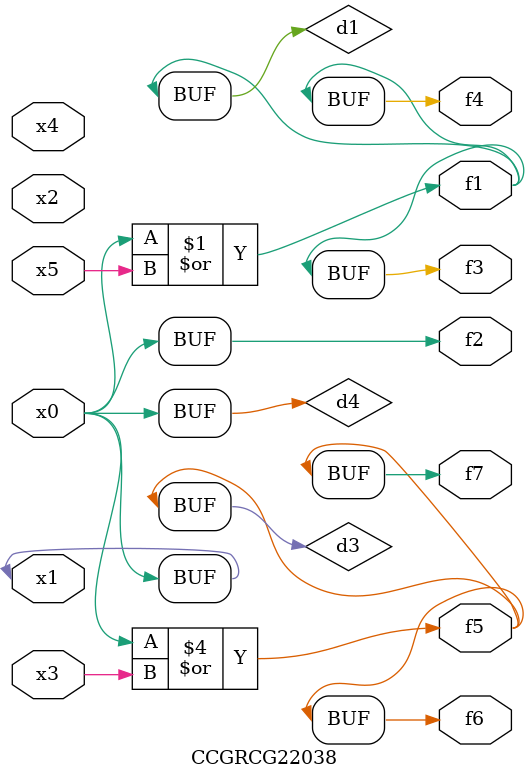
<source format=v>
module CCGRCG22038(
	input x0, x1, x2, x3, x4, x5,
	output f1, f2, f3, f4, f5, f6, f7
);

	wire d1, d2, d3, d4;

	or (d1, x0, x5);
	xnor (d2, x1, x4);
	or (d3, x0, x3);
	buf (d4, x0, x1);
	assign f1 = d1;
	assign f2 = d4;
	assign f3 = d1;
	assign f4 = d1;
	assign f5 = d3;
	assign f6 = d3;
	assign f7 = d3;
endmodule

</source>
